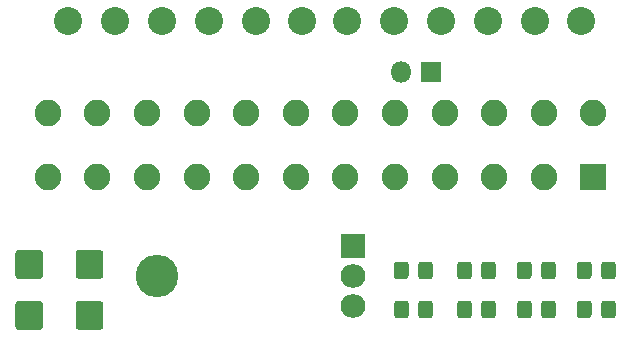
<source format=gbr>
%TF.GenerationSoftware,KiCad,Pcbnew,(5.1.6)-1*%
%TF.CreationDate,2022-11-09T17:54:31-05:00*%
%TF.ProjectId,PICO-AT,5049434f-2d41-4542-9e6b-696361645f70,rev?*%
%TF.SameCoordinates,Original*%
%TF.FileFunction,Soldermask,Bot*%
%TF.FilePolarity,Negative*%
%FSLAX46Y46*%
G04 Gerber Fmt 4.6, Leading zero omitted, Abs format (unit mm)*
G04 Created by KiCad (PCBNEW (5.1.6)-1) date 2022-11-09 17:54:31*
%MOMM*%
%LPD*%
G01*
G04 APERTURE LIST*
%ADD10C,2.380000*%
%ADD11R,2.250000X2.250000*%
%ADD12C,2.250000*%
%ADD13O,3.600000X3.600000*%
%ADD14R,2.100000X2.005000*%
%ADD15O,2.100000X2.005000*%
%ADD16R,1.800000X1.800000*%
%ADD17O,1.800000X1.800000*%
G04 APERTURE END LIST*
%TO.C,C1*%
G36*
G01*
X128111000Y-116025890D02*
X128111000Y-114098110D01*
G75*
G02*
X128372110Y-113837000I261110J0D01*
G01*
X130199890Y-113837000D01*
G75*
G02*
X130461000Y-114098110I0J-261110D01*
G01*
X130461000Y-116025890D01*
G75*
G02*
X130199890Y-116287000I-261110J0D01*
G01*
X128372110Y-116287000D01*
G75*
G02*
X128111000Y-116025890I0J261110D01*
G01*
G37*
G36*
G01*
X123011000Y-116025890D02*
X123011000Y-114098110D01*
G75*
G02*
X123272110Y-113837000I261110J0D01*
G01*
X125099890Y-113837000D01*
G75*
G02*
X125361000Y-114098110I0J-261110D01*
G01*
X125361000Y-116025890D01*
G75*
G02*
X125099890Y-116287000I-261110J0D01*
G01*
X123272110Y-116287000D01*
G75*
G02*
X123011000Y-116025890I0J261110D01*
G01*
G37*
%TD*%
%TO.C,C2*%
G36*
G01*
X123011000Y-120343890D02*
X123011000Y-118416110D01*
G75*
G02*
X123272110Y-118155000I261110J0D01*
G01*
X125099890Y-118155000D01*
G75*
G02*
X125361000Y-118416110I0J-261110D01*
G01*
X125361000Y-120343890D01*
G75*
G02*
X125099890Y-120605000I-261110J0D01*
G01*
X123272110Y-120605000D01*
G75*
G02*
X123011000Y-120343890I0J261110D01*
G01*
G37*
G36*
G01*
X128111000Y-120343890D02*
X128111000Y-118416110D01*
G75*
G02*
X128372110Y-118155000I261110J0D01*
G01*
X130199890Y-118155000D01*
G75*
G02*
X130461000Y-118416110I0J-261110D01*
G01*
X130461000Y-120343890D01*
G75*
G02*
X130199890Y-120605000I-261110J0D01*
G01*
X128372110Y-120605000D01*
G75*
G02*
X128111000Y-120343890I0J261110D01*
G01*
G37*
%TD*%
%TO.C,-5V*%
G36*
G01*
X173853000Y-118393738D02*
X173853000Y-119350262D01*
G75*
G02*
X173581262Y-119622000I-271738J0D01*
G01*
X172874738Y-119622000D01*
G75*
G02*
X172603000Y-119350262I0J271738D01*
G01*
X172603000Y-118393738D01*
G75*
G02*
X172874738Y-118122000I271738J0D01*
G01*
X173581262Y-118122000D01*
G75*
G02*
X173853000Y-118393738I0J-271738D01*
G01*
G37*
G36*
G01*
X171803000Y-118393738D02*
X171803000Y-119350262D01*
G75*
G02*
X171531262Y-119622000I-271738J0D01*
G01*
X170824738Y-119622000D01*
G75*
G02*
X170553000Y-119350262I0J271738D01*
G01*
X170553000Y-118393738D01*
G75*
G02*
X170824738Y-118122000I271738J0D01*
G01*
X171531262Y-118122000D01*
G75*
G02*
X171803000Y-118393738I0J-271738D01*
G01*
G37*
%TD*%
%TO.C,5V*%
G36*
G01*
X166732000Y-118393738D02*
X166732000Y-119350262D01*
G75*
G02*
X166460262Y-119622000I-271738J0D01*
G01*
X165753738Y-119622000D01*
G75*
G02*
X165482000Y-119350262I0J271738D01*
G01*
X165482000Y-118393738D01*
G75*
G02*
X165753738Y-118122000I271738J0D01*
G01*
X166460262Y-118122000D01*
G75*
G02*
X166732000Y-118393738I0J-271738D01*
G01*
G37*
G36*
G01*
X168782000Y-118393738D02*
X168782000Y-119350262D01*
G75*
G02*
X168510262Y-119622000I-271738J0D01*
G01*
X167803738Y-119622000D01*
G75*
G02*
X167532000Y-119350262I0J271738D01*
G01*
X167532000Y-118393738D01*
G75*
G02*
X167803738Y-118122000I271738J0D01*
G01*
X168510262Y-118122000D01*
G75*
G02*
X168782000Y-118393738I0J-271738D01*
G01*
G37*
%TD*%
%TO.C,12V*%
G36*
G01*
X163702000Y-118393738D02*
X163702000Y-119350262D01*
G75*
G02*
X163430262Y-119622000I-271738J0D01*
G01*
X162723738Y-119622000D01*
G75*
G02*
X162452000Y-119350262I0J271738D01*
G01*
X162452000Y-118393738D01*
G75*
G02*
X162723738Y-118122000I271738J0D01*
G01*
X163430262Y-118122000D01*
G75*
G02*
X163702000Y-118393738I0J-271738D01*
G01*
G37*
G36*
G01*
X161652000Y-118393738D02*
X161652000Y-119350262D01*
G75*
G02*
X161380262Y-119622000I-271738J0D01*
G01*
X160673738Y-119622000D01*
G75*
G02*
X160402000Y-119350262I0J271738D01*
G01*
X160402000Y-118393738D01*
G75*
G02*
X160673738Y-118122000I271738J0D01*
G01*
X161380262Y-118122000D01*
G75*
G02*
X161652000Y-118393738I0J-271738D01*
G01*
G37*
%TD*%
%TO.C,PG*%
G36*
G01*
X156318000Y-118393738D02*
X156318000Y-119350262D01*
G75*
G02*
X156046262Y-119622000I-271738J0D01*
G01*
X155339738Y-119622000D01*
G75*
G02*
X155068000Y-119350262I0J271738D01*
G01*
X155068000Y-118393738D01*
G75*
G02*
X155339738Y-118122000I271738J0D01*
G01*
X156046262Y-118122000D01*
G75*
G02*
X156318000Y-118393738I0J-271738D01*
G01*
G37*
G36*
G01*
X158368000Y-118393738D02*
X158368000Y-119350262D01*
G75*
G02*
X158096262Y-119622000I-271738J0D01*
G01*
X157389738Y-119622000D01*
G75*
G02*
X157118000Y-119350262I0J271738D01*
G01*
X157118000Y-118393738D01*
G75*
G02*
X157389738Y-118122000I271738J0D01*
G01*
X158096262Y-118122000D01*
G75*
G02*
X158368000Y-118393738I0J-271738D01*
G01*
G37*
%TD*%
D10*
%TO.C,J1*%
X151130000Y-94488000D03*
X155090000Y-94488000D03*
X159050000Y-94488000D03*
X163010000Y-94488000D03*
X166970000Y-94488000D03*
X170930000Y-94488000D03*
%TD*%
%TO.C,J2*%
X147308000Y-94488000D03*
X143348000Y-94488000D03*
X139388000Y-94488000D03*
X135428000Y-94488000D03*
X131468000Y-94488000D03*
X127508000Y-94488000D03*
%TD*%
D11*
%TO.C,J3*%
X171958000Y-107696000D03*
D12*
X167758000Y-107696000D03*
X163558000Y-107696000D03*
X159358000Y-107696000D03*
X155158000Y-107696000D03*
X150958000Y-107696000D03*
X146758000Y-107696000D03*
X142558000Y-107696000D03*
X138358000Y-107696000D03*
X134158000Y-107696000D03*
X129958000Y-107696000D03*
X125758000Y-107696000D03*
X171958000Y-102196000D03*
X167758000Y-102196000D03*
X163558000Y-102196000D03*
X159358000Y-102196000D03*
X155158000Y-102196000D03*
X150958000Y-102196000D03*
X146758000Y-102196000D03*
X142558000Y-102196000D03*
X138358000Y-102196000D03*
X134158000Y-102196000D03*
X129958000Y-102196000D03*
X125758000Y-102196000D03*
%TD*%
%TO.C,R1*%
G36*
G01*
X173853000Y-115091738D02*
X173853000Y-116048262D01*
G75*
G02*
X173581262Y-116320000I-271738J0D01*
G01*
X172874738Y-116320000D01*
G75*
G02*
X172603000Y-116048262I0J271738D01*
G01*
X172603000Y-115091738D01*
G75*
G02*
X172874738Y-114820000I271738J0D01*
G01*
X173581262Y-114820000D01*
G75*
G02*
X173853000Y-115091738I0J-271738D01*
G01*
G37*
G36*
G01*
X171803000Y-115091738D02*
X171803000Y-116048262D01*
G75*
G02*
X171531262Y-116320000I-271738J0D01*
G01*
X170824738Y-116320000D01*
G75*
G02*
X170553000Y-116048262I0J271738D01*
G01*
X170553000Y-115091738D01*
G75*
G02*
X170824738Y-114820000I271738J0D01*
G01*
X171531262Y-114820000D01*
G75*
G02*
X171803000Y-115091738I0J-271738D01*
G01*
G37*
%TD*%
%TO.C,R2*%
G36*
G01*
X166723000Y-115091738D02*
X166723000Y-116048262D01*
G75*
G02*
X166451262Y-116320000I-271738J0D01*
G01*
X165744738Y-116320000D01*
G75*
G02*
X165473000Y-116048262I0J271738D01*
G01*
X165473000Y-115091738D01*
G75*
G02*
X165744738Y-114820000I271738J0D01*
G01*
X166451262Y-114820000D01*
G75*
G02*
X166723000Y-115091738I0J-271738D01*
G01*
G37*
G36*
G01*
X168773000Y-115091738D02*
X168773000Y-116048262D01*
G75*
G02*
X168501262Y-116320000I-271738J0D01*
G01*
X167794738Y-116320000D01*
G75*
G02*
X167523000Y-116048262I0J271738D01*
G01*
X167523000Y-115091738D01*
G75*
G02*
X167794738Y-114820000I271738J0D01*
G01*
X168501262Y-114820000D01*
G75*
G02*
X168773000Y-115091738I0J-271738D01*
G01*
G37*
%TD*%
%TO.C,R3*%
G36*
G01*
X163702000Y-115091738D02*
X163702000Y-116048262D01*
G75*
G02*
X163430262Y-116320000I-271738J0D01*
G01*
X162723738Y-116320000D01*
G75*
G02*
X162452000Y-116048262I0J271738D01*
G01*
X162452000Y-115091738D01*
G75*
G02*
X162723738Y-114820000I271738J0D01*
G01*
X163430262Y-114820000D01*
G75*
G02*
X163702000Y-115091738I0J-271738D01*
G01*
G37*
G36*
G01*
X161652000Y-115091738D02*
X161652000Y-116048262D01*
G75*
G02*
X161380262Y-116320000I-271738J0D01*
G01*
X160673738Y-116320000D01*
G75*
G02*
X160402000Y-116048262I0J271738D01*
G01*
X160402000Y-115091738D01*
G75*
G02*
X160673738Y-114820000I271738J0D01*
G01*
X161380262Y-114820000D01*
G75*
G02*
X161652000Y-115091738I0J-271738D01*
G01*
G37*
%TD*%
%TO.C,R4*%
G36*
G01*
X156309000Y-115091738D02*
X156309000Y-116048262D01*
G75*
G02*
X156037262Y-116320000I-271738J0D01*
G01*
X155330738Y-116320000D01*
G75*
G02*
X155059000Y-116048262I0J271738D01*
G01*
X155059000Y-115091738D01*
G75*
G02*
X155330738Y-114820000I271738J0D01*
G01*
X156037262Y-114820000D01*
G75*
G02*
X156309000Y-115091738I0J-271738D01*
G01*
G37*
G36*
G01*
X158359000Y-115091738D02*
X158359000Y-116048262D01*
G75*
G02*
X158087262Y-116320000I-271738J0D01*
G01*
X157380738Y-116320000D01*
G75*
G02*
X157109000Y-116048262I0J271738D01*
G01*
X157109000Y-115091738D01*
G75*
G02*
X157380738Y-114820000I271738J0D01*
G01*
X158087262Y-114820000D01*
G75*
G02*
X158359000Y-115091738I0J-271738D01*
G01*
G37*
%TD*%
D13*
%TO.C,U1*%
X134978000Y-116078000D03*
D14*
X151638000Y-113538000D03*
D15*
X151638000Y-116078000D03*
X151638000Y-118618000D03*
%TD*%
D16*
%TO.C,PWR*%
X158242000Y-98806000D03*
D17*
X155702000Y-98806000D03*
%TD*%
M02*

</source>
